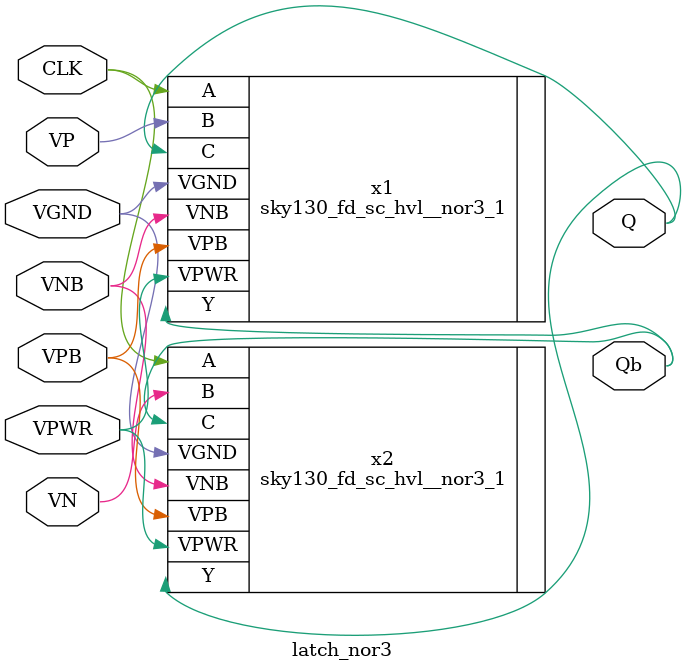
<source format=v>
/* Generated by Yosys 0.9 (git sha1 UNKNOWN, clang 12.0.0 -fPIC -Os) */

(* cells_not_processed =  1  *)
(* src = "../verilog/rtl/ACMP_HVL.v:5" *)
module ACMP_HVL(clk, INP, INN, Q, VGND, VNB, VPB, VPWR);
  input  VPWR;
  input  VGND;
  input  VPB ;
  input  VNB ;
  (* src = "../verilog/rtl/ACMP_HVL.v:8" *)
  input INN;
  (* src = "../verilog/rtl/ACMP_HVL.v:7" *)
  input INP;
  (* src = "../verilog/rtl/ACMP_HVL.v:9" *)
  output Q;
  (* src = "../verilog/rtl/ACMP_HVL.v:12" *)
  wire Q1;
  (* src = "../verilog/rtl/ACMP_HVL.v:12" *)
  wire Q1b;
  (* src = "../verilog/rtl/ACMP_HVL.v:13" *)
  wire Q2;
  (* src = "../verilog/rtl/ACMP_HVL.v:13" *)
  wire Q2b;
  (* src = "../verilog/rtl/ACMP_HVL.v:14" *)
  wire Qb;
  (* src = "../verilog/rtl/ACMP_HVL.v:6" *)
  input clk;
  (* src = "../verilog/rtl/ACMP_HVL.v:11" *)
  wire clkb;
  (* src = "../verilog/rtl/ACMP_HVL.v:35|../verilog/rtl/ACMP_HVL.v:83" *)
  wire \x1.Q0 ;
  (* src = "../verilog/rtl/ACMP_HVL.v:35|../verilog/rtl/ACMP_HVL.v:83" *)
  wire \x1.Q0b ;
  (* module_not_derived = 32'd1 *)
  (* src = "../verilog/rtl/ACMP_HVL.v:16" *)
  sky130_fd_sc_hvl__inv_1 x0 (
    .A(clk),
    .Y(clkb)
    , .VGND(VGND), .VNB(VNB), .VPB(VPB), .VPWR(VPWR)
  );
  (* module_not_derived = 32'd1 *)
  (* src = "../verilog/rtl/ACMP_HVL.v:35|../verilog/rtl/ACMP_HVL.v:85" *)
  sky130_fd_sc_hvl__nand3_1 \x1.x1  (
    .A(clk),
    .B(INP),
    .C(\x1.Q0 ),
    .Y(\x1.Q0b )
    , .VGND(VGND), .VNB(VNB), .VPB(VPB), .VPWR(VPWR)
  );
  (* module_not_derived = 32'd1 *)
  (* src = "../verilog/rtl/ACMP_HVL.v:35|../verilog/rtl/ACMP_HVL.v:91" *)
  sky130_fd_sc_hvl__nand3_1 \x1.x2  (
    .A(clk),
    .B(INN),
    .C(\x1.Q0b ),
    .Y(\x1.Q0 )
    , .VGND(VGND), .VNB(VNB), .VPB(VPB), .VPWR(VPWR)
  );
  (* module_not_derived = 32'd1 *)
  (* src = "../verilog/rtl/ACMP_HVL.v:35|../verilog/rtl/ACMP_HVL.v:98" *)
  sky130_fd_sc_hvl__inv_4 \x1.x3  (
    .A(\x1.Q0 ),
    .Y(Q1b)
    , .VGND(VGND), .VNB(VNB), .VPB(VPB), .VPWR(VPWR)
  );
  (* module_not_derived = 32'd1 *)
  (* src = "../verilog/rtl/ACMP_HVL.v:35|../verilog/rtl/ACMP_HVL.v:103" *)
  sky130_fd_sc_hvl__inv_4 \x1.x4  (
    .A(\x1.Q0b ),
    .Y(Q1)
    , .VGND(VGND), .VNB(VNB), .VPB(VPB), .VPWR(VPWR)
  );
  (* module_not_derived = 32'd1 *)
  (* src = "../verilog/rtl/ACMP_HVL.v:43|../verilog/rtl/ACMP_HVL.v:61" *)
  sky130_fd_sc_hvl__nor3_1 \x2.x1  (
    .A(clkb),
    .B(INP),
    .C(Q2),
    .Y(Q2b)
    , .VGND(VGND), .VNB(VNB), .VPB(VPB), .VPWR(VPWR)
  );
  (* module_not_derived = 32'd1 *)
  (* src = "../verilog/rtl/ACMP_HVL.v:43|../verilog/rtl/ACMP_HVL.v:67" *)
  sky130_fd_sc_hvl__nor3_1 \x2.x2  (
    .A(clkb),
    .B(INN),
    .C(Q2b),
    .Y(Q2)
    , .VGND(VGND), .VNB(VNB), .VPB(VPB), .VPWR(VPWR)
  );
  (* module_not_derived = 32'd1 *)
  (* src = "../verilog/rtl/ACMP_HVL.v:21" *)
  sky130_fd_sc_hvl__nor3_1 x5 (
    .A(Q1b),
    .B(Q2b),
    .C(Qb),
    .Y(Q)
    , .VGND(VGND), .VNB(VNB), .VPB(VPB), .VPWR(VPWR)
  );
  (* module_not_derived = 32'd1 *)
  (* src = "../verilog/rtl/ACMP_HVL.v:28" *)
  sky130_fd_sc_hvl__nor3_1 x6 (
    .A(Q1),
    .B(Q2),
    .C(Q),
    .Y(Qb)
    , .VGND(VGND), .VNB(VNB), .VPB(VPB), .VPWR(VPWR)
  );
endmodule

(* cells_not_processed =  1  *)
(* src = "../verilog/rtl/ACMP_HVL.v:76" *)
module latch_nand3(CLK, VP, VN, Q, Qb, VGND, VNB, VPB, VPWR);
  input  VPWR;
  input  VGND;
  input  VPB ;
  input  VNB ;
  (* src = "../verilog/rtl/ACMP_HVL.v:77" *)
  input CLK;
  (* src = "../verilog/rtl/ACMP_HVL.v:80" *)
  output Q;
  (* src = "../verilog/rtl/ACMP_HVL.v:83" *)
  wire Q0;
  (* src = "../verilog/rtl/ACMP_HVL.v:83" *)
  wire Q0b;
  (* src = "../verilog/rtl/ACMP_HVL.v:81" *)
  output Qb;
  (* src = "../verilog/rtl/ACMP_HVL.v:79" *)
  input VN;
  (* src = "../verilog/rtl/ACMP_HVL.v:78" *)
  input VP;
  (* module_not_derived = 32'd1 *)
  (* src = "../verilog/rtl/ACMP_HVL.v:85" *)
  sky130_fd_sc_hvl__nand3_1 x1 (
    .A(CLK),
    .B(VP),
    .C(Q0),
    .Y(Q0b)
    , .VGND(VGND), .VNB(VNB), .VPB(VPB), .VPWR(VPWR)
  );
  (* module_not_derived = 32'd1 *)
  (* src = "../verilog/rtl/ACMP_HVL.v:91" *)
  sky130_fd_sc_hvl__nand3_1 x2 (
    .A(CLK),
    .B(VN),
    .C(Q0b),
    .Y(Q0)
    , .VGND(VGND), .VNB(VNB), .VPB(VPB), .VPWR(VPWR)
  );
  (* module_not_derived = 32'd1 *)
  (* src = "../verilog/rtl/ACMP_HVL.v:98" *)
  sky130_fd_sc_hvl__inv_4 x3 (
    .A(Q0),
    .Y(Qb)
    , .VGND(VGND), .VNB(VNB), .VPB(VPB), .VPWR(VPWR)
  );
  (* module_not_derived = 32'd1 *)
  (* src = "../verilog/rtl/ACMP_HVL.v:103" *)
  sky130_fd_sc_hvl__inv_4 x4 (
    .A(Q0b),
    .Y(Q)
    , .VGND(VGND), .VNB(VNB), .VPB(VPB), .VPWR(VPWR)
  );
endmodule

(* cells_not_processed =  1  *)
(* src = "../verilog/rtl/ACMP_HVL.v:53" *)
module latch_nor3(CLK, VP, VN, Q, Qb, VGND, VNB, VPB, VPWR);
  input  VPWR;
  input  VGND;
  input  VPB ;
  input  VNB ;
  (* src = "../verilog/rtl/ACMP_HVL.v:54" *)
  input CLK;
  (* src = "../verilog/rtl/ACMP_HVL.v:57" *)
  output Q;
  (* src = "../verilog/rtl/ACMP_HVL.v:58" *)
  output Qb;
  (* src = "../verilog/rtl/ACMP_HVL.v:56" *)
  input VN;
  (* src = "../verilog/rtl/ACMP_HVL.v:55" *)
  input VP;
  (* module_not_derived = 32'd1 *)
  (* src = "../verilog/rtl/ACMP_HVL.v:61" *)
  sky130_fd_sc_hvl__nor3_1 x1 (
    .A(CLK),
    .B(VP),
    .C(Q),
    .Y(Qb)
    , .VGND(VGND), .VNB(VNB), .VPB(VPB), .VPWR(VPWR)
  );
  (* module_not_derived = 32'd1 *)
  (* src = "../verilog/rtl/ACMP_HVL.v:67" *)
  sky130_fd_sc_hvl__nor3_1 x2 (
    .A(CLK),
    .B(VN),
    .C(Qb),
    .Y(Q)
    , .VGND(VGND), .VNB(VNB), .VPB(VPB), .VPWR(VPWR)
  );
endmodule

</source>
